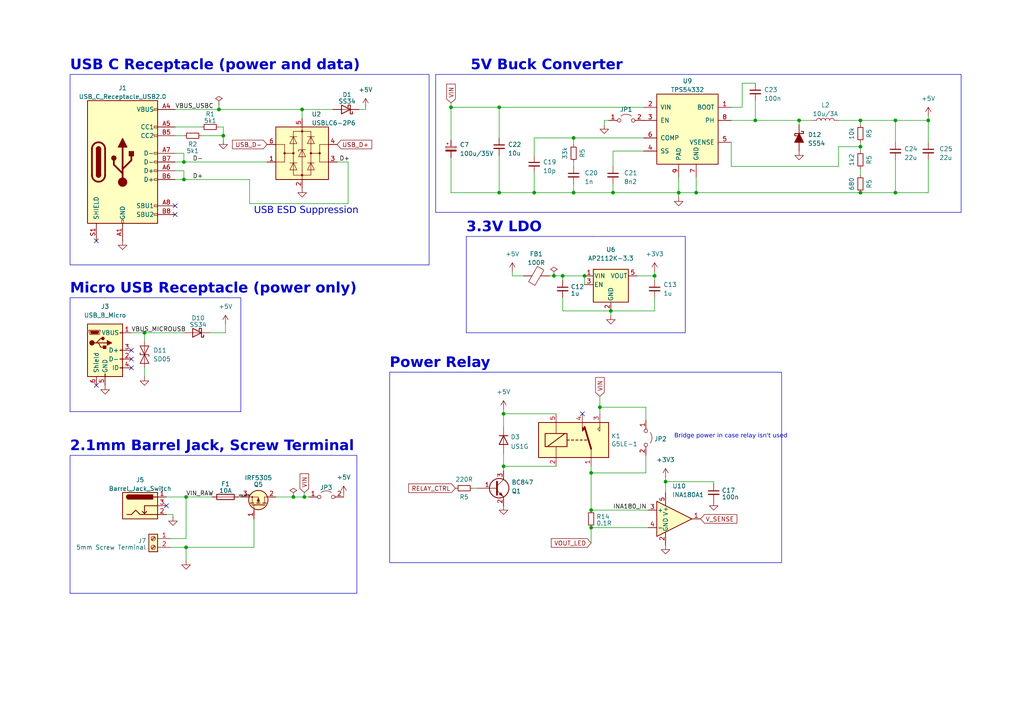
<source format=kicad_sch>
(kicad_sch (version 20230121) (generator eeschema)
  (paper "A4")
  (title_block (title "LuminX WLED") (date "2023-03-27") (rev "1.0") (company "Michael Gross") (comment 1 "General purpose WLED Controller Board"))
  (lib_symbols
    (symbol "Amplifier_Current:INA180A1" (pin_names (offset 0.127))
      (property "Reference" "U" (at 3.81 3.81 0))
      (property "Value" "INA180A1" (at 3.81 -2.54 0))
      (symbol "INA180A1_0_1"
        (polyline (pts (xy 5.08 0) (xy -5.08 5.08) (xy -5.08 -5.08) (xy 5.08 0)) (stroke (width 0.254)) (fill (type background)))
      )
      (symbol "INA180A1_1_1"
        (pin output line (at 7.62 0 180) (length 2.54) (name "~") (number "1"))
        (pin power_in line (at -2.54 -7.62 90) (length 3.81) (name "GND") (number "2"))
        (pin input line (at -7.62 2.54 0) (length 2.54) (name "+") (number "3"))
        (pin input line (at -7.62 -2.54 0) (length 2.54) (name "-") (number "4"))
        (pin power_in line (at -2.54 7.62 270) (length 3.81) (name "V+") (number "5"))
      )
    )
    (symbol "Connector:Barrel_Jack_Switch" (pin_names hide)
      (property "Reference" "J" (at 0 5.334 0))
      (property "Value" "Barrel_Jack_Switch" (at 0 -5.08 0))
      (symbol "Barrel_Jack_Switch_0_1"
        (rectangle (start -5.08 3.81) (end 5.08 -3.81) (stroke (width 0.254)) (fill (type background)))
        (arc (start -3.302 3.175) (mid -3.9343 2.54) (end -3.302 1.905) (stroke (width 0.254)))
        (arc (start -3.302 3.175) (mid -3.9343 2.54) (end -3.302 1.905) (stroke (width 0.254)) (fill (type outline)))
        (polyline (pts (xy 1.27 -2.286) (xy 1.905 -1.651)) (stroke (width 0.254)))
        (polyline (pts (xy 5.08 2.54) (xy 3.81 2.54)) (stroke (width 0.254)))
        (polyline (pts (xy 5.08 0) (xy 1.27 0) (xy 1.27 -2.286) (xy 0.635 -1.651)) (stroke (width 0.254)))
        (polyline (pts (xy -3.81 -2.54) (xy -2.54 -2.54) (xy -1.27 -1.27) (xy 0 -2.54) (xy 2.54 -2.54) (xy 5.08 -2.54)) (stroke (width 0.254)))
        (rectangle (start 3.683 3.175) (end -3.302 1.905) (stroke (width 0.254)) (fill (type outline)))
      )
      (symbol "Barrel_Jack_Switch_1_1"
        (pin passive line (at 7.62 2.54 180) (length 2.54) (name "~") (number "1"))
        (pin passive line (at 7.62 -2.54 180) (length 2.54) (name "~") (number "2"))
        (pin passive line (at 7.62 0 180) (length 2.54) (name "~") (number "3"))
      )
    )
    (symbol "Connector:Screw_Terminal_01x02" (pin_names (offset 1.016) hide)
      (property "Reference" "J" (at 0 2.54 0))
      (property "Value" "Screw_Terminal_01x02" (at 0 -5.08 0))
      (symbol "Screw_Terminal_01x02_1_1"
        (rectangle (start -1.27 1.27) (end 1.27 -3.81) (stroke (width 0.254)) (fill (type background)))
        (circle (center 0 -2.54) (radius 0.635) (stroke (width 0.1524)))
        (polyline (pts (xy -0.5334 -2.2098) (xy 0.3302 -3.048)) (stroke (width 0.1524)))
        (polyline (pts (xy -0.5334 0.3302) (xy 0.3302 -0.508)) (stroke (width 0.1524)))
        (polyline (pts (xy -0.3556 -2.032) (xy 0.508 -2.8702)) (stroke (width 0.1524)))
        (polyline (pts (xy -0.3556 0.508) (xy 0.508 -0.3302)) (stroke (width 0.1524)))
        (circle (center 0 0) (radius 0.635) (stroke (width 0.1524)))
        (pin passive line (at -5.08 0 0) (length 3.81) (name "Pin_1") (number "1"))
        (pin passive line (at -5.08 -2.54 0) (length 3.81) (name "Pin_2") (number "2"))
      )
    )
    (symbol "Connector:USB_B_Micro" (pin_names (offset 1.016))
      (property "Reference" "J" (at -5.08 11.43 0))
      (property "Value" "USB_B_Micro" (at -5.08 8.89 0))
      (symbol "USB_B_Micro_0_1"
        (rectangle (start -5.08 -7.62) (end 5.08 7.62) (stroke (width 0.254)) (fill (type background)))
        (circle (center -3.81 2.159) (radius 0.635) (stroke (width 0.254)) (fill (type outline)))
        (circle (center -0.635 3.429) (radius 0.381) (stroke (width 0.254)) (fill (type outline)))
        (rectangle (start -0.127 -7.62) (end 0.127 -6.858))
        (polyline (pts (xy -1.905 2.159) (xy 0.635 2.159)) (stroke (width 0.254)))
        (polyline (pts (xy -3.175 2.159) (xy -2.54 2.159) (xy -1.27 3.429) (xy -0.635 3.429)) (stroke (width 0.254)))
        (polyline (pts (xy -2.54 2.159) (xy -1.905 2.159) (xy -1.27 0.889) (xy 0 0.889)) (stroke (width 0.254)))
        (polyline (pts (xy 0.635 2.794) (xy 0.635 1.524) (xy 1.905 2.159) (xy 0.635 2.794)) (stroke (width 0.254)) (fill (type outline)))
        (polyline (pts (xy -4.318 5.588) (xy -1.778 5.588) (xy -2.032 4.826) (xy -4.064 4.826) (xy -4.318 5.588)) (fill (type outline)))
        (polyline (pts (xy -4.699 5.842) (xy -4.699 5.588) (xy -4.445 4.826) (xy -4.445 4.572) (xy -1.651 4.572) (xy -1.651 4.826) (xy -1.397 5.588) (xy -1.397 5.842) (xy -4.699 5.842)))
        (rectangle (start 0.254 1.27) (end -0.508 0.508) (stroke (width 0.254)) (fill (type outline)))
        (rectangle (start 5.08 -5.207) (end 4.318 -4.953))
        (rectangle (start 5.08 -2.667) (end 4.318 -2.413))
        (rectangle (start 5.08 -0.127) (end 4.318 0.127))
        (rectangle (start 5.08 4.953) (end 4.318 5.207))
      )
      (symbol "USB_B_Micro_1_1"
        (pin power_out line (at 7.62 5.08 180) (length 2.54) (name "VBUS") (number "1"))
        (pin bidirectional line (at 7.62 -2.54 180) (length 2.54) (name "D-") (number "2"))
        (pin bidirectional line (at 7.62 0 180) (length 2.54) (name "D+") (number "3"))
        (pin passive line (at 7.62 -5.08 180) (length 2.54) (name "ID") (number "4"))
        (pin power_out line (at 0 -10.16 90) (length 2.54) (name "GND") (number "5"))
        (pin passive line (at -2.54 -10.16 90) (length 2.54) (name "Shield") (number "6"))
      )
    )
    (symbol "Connector:USB_C_Receptacle_USB2.0" (pin_names (offset 1.016))
      (property "Reference" "J" (at -10.16 19.05 0))
      (property "Value" "USB_C_Receptacle_USB2.0" (at 19.05 19.05 0))
      (symbol "USB_C_Receptacle_USB2.0_0_0"
        (rectangle (start -0.254 -17.78) (end 0.254 -16.764))
        (rectangle (start 10.16 -14.986) (end 9.144 -15.494))
        (rectangle (start 10.16 -12.446) (end 9.144 -12.954))
        (rectangle (start 10.16 -4.826) (end 9.144 -5.334))
        (rectangle (start 10.16 -2.286) (end 9.144 -2.794))
        (rectangle (start 10.16 0.254) (end 9.144 -0.254))
        (rectangle (start 10.16 2.794) (end 9.144 2.286))
        (rectangle (start 10.16 7.874) (end 9.144 7.366))
        (rectangle (start 10.16 10.414) (end 9.144 9.906))
        (rectangle (start 10.16 15.494) (end 9.144 14.986))
      )
      (symbol "USB_C_Receptacle_USB2.0_0_1"
        (rectangle (start -10.16 17.78) (end 10.16 -17.78) (stroke (width 0.254)) (fill (type background)))
        (arc (start -8.89 -3.81) (mid -6.985 -5.7067) (end -5.08 -3.81) (stroke (width 0.508)))
        (arc (start -7.62 -3.81) (mid -6.985 -4.4423) (end -6.35 -3.81) (stroke (width 0.254)))
        (arc (start -7.62 -3.81) (mid -6.985 -4.4423) (end -6.35 -3.81) (stroke (width 0.254)) (fill (type outline)))
        (rectangle (start -7.62 -3.81) (end -6.35 3.81) (stroke (width 0.254)) (fill (type outline)))
        (arc (start -6.35 3.81) (mid -6.985 4.4423) (end -7.62 3.81) (stroke (width 0.254)))
        (arc (start -6.35 3.81) (mid -6.985 4.4423) (end -7.62 3.81) (stroke (width 0.254)) (fill (type outline)))
        (arc (start -5.08 3.81) (mid -6.985 5.7067) (end -8.89 3.81) (stroke (width 0.508)))
        (circle (center -2.54 1.143) (radius 0.635) (stroke (width 0.254)) (fill (type outline)))
        (circle (center 0 -5.842) (radius 1.27) (fill (type outline)))
        (polyline (pts (xy -8.89 -3.81) (xy -8.89 3.81)) (stroke (width 0.508)))
        (polyline (pts (xy -5.08 3.81) (xy -5.08 -3.81)) (stroke (width 0.508)))
        (polyline (pts (xy 0 -5.842) (xy 0 4.318)) (stroke (width 0.508)))
        (polyline (pts (xy 0 -3.302) (xy -2.54 -0.762) (xy -2.54 0.508)) (stroke (width 0.508)))
        (polyline (pts (xy 0 -2.032) (xy 2.54 0.508) (xy 2.54 1.778)) (stroke (width 0.508)))
        (polyline (pts (xy -1.27 4.318) (xy 0 6.858) (xy 1.27 4.318) (xy -1.27 4.318)) (stroke (width 0.254)) (fill (type outline)))
        (rectangle (start 1.905 1.778) (end 3.175 3.048) (stroke (width 0.254)) (fill (type outline)))
      )
      (symbol "USB_C_Receptacle_USB2.0_1_1"
        (pin passive line (at 0 -22.86 90) (length 5.08) (name "GND") (number "A1"))
        (pin passive line (at 0 -22.86 90) (length 5.08) hide (name "GND") (number "A12"))
        (pin passive line (at 15.24 15.24 180) (length 5.08) (name "VBUS") (number "A4"))
        (pin bidirectional line (at 15.24 10.16 180) (length 5.08) (name "CC1") (number "A5"))
        (pin bidirectional line (at 15.24 -2.54 180) (length 5.08) (name "D+") (number "A6"))
        (pin bidirectional line (at 15.24 2.54 180) (length 5.08) (name "D-") (number "A7"))
        (pin bidirectional line (at 15.24 -12.7 180) (length 5.08) (name "SBU1") (number "A8"))
        (pin passive line (at 15.24 15.24 180) (length 5.08) hide (name "VBUS") (number "A9"))
        (pin passive line (at 0 -22.86 90) (length 5.08) hide (name "GND") (number "B1"))
        (pin passive line (at 0 -22.86 90) (length 5.08) hide (name "GND") (number "B12"))
        (pin passive line (at 15.24 15.24 180) (length 5.08) hide (name "VBUS") (number "B4"))
        (pin bidirectional line (at 15.24 7.62 180) (length 5.08) (name "CC2") (number "B5"))
        (pin bidirectional line (at 15.24 -5.08 180) (length 5.08) (name "D+") (number "B6"))
        (pin bidirectional line (at 15.24 0 180) (length 5.08) (name "D-") (number "B7"))
        (pin bidirectional line (at 15.24 -15.24 180) (length 5.08) (name "SBU2") (number "B8"))
        (pin passive line (at 15.24 15.24 180) (length 5.08) hide (name "VBUS") (number "B9"))
        (pin passive line (at -7.62 -22.86 90) (length 5.08) (name "SHIELD") (number "S1"))
      )
    )
    (symbol "Device:C_Polarized_Small" (pin_numbers hide) (pin_names (offset 0.254) hide)
      (property "Reference" "C" (at 0.254 1.778 0))
      (property "Value" "C_Polarized_Small" (at 0.254 -2.032 0))
      (symbol "C_Polarized_Small_0_1"
        (rectangle (start -1.524 -0.3048) (end 1.524 -0.6858) (fill (type outline)))
        (rectangle (start -1.524 0.6858) (end 1.524 0.3048))
        (polyline (pts (xy -1.27 1.524) (xy -0.762 1.524)))
        (polyline (pts (xy -1.016 1.27) (xy -1.016 1.778)))
      )
      (symbol "C_Polarized_Small_1_1"
        (pin passive line (at 0 2.54 270) (length 1.8542) (name "~") (number "1"))
        (pin passive line (at 0 -2.54 90) (length 1.8542) (name "~") (number "2"))
      )
    )
    (symbol "Device:C_Small" (pin_numbers hide) (pin_names (offset 0.254) hide)
      (property "Reference" "C" (at 0.254 1.778 0))
      (property "Value" "C_Small" (at 0.254 -2.032 0))
      (symbol "C_Small_0_1"
        (polyline (pts (xy -1.524 -0.508) (xy 1.524 -0.508)) (stroke (width 0.3302)))
        (polyline (pts (xy -1.524 0.508) (xy 1.524 0.508)) (stroke (width 0.3048)))
      )
      (symbol "C_Small_1_1"
        (pin passive line (at 0 2.54 270) (length 2.032) (name "~") (number "1"))
        (pin passive line (at 0 -2.54 90) (length 2.032) (name "~") (number "2"))
      )
    )
    (symbol "Device:FerriteBead" (pin_numbers hide) (pin_names (offset 0))
      (property "Reference" "FB" (at -3.81 0.635 90))
      (property "Value" "FerriteBead" (at 3.81 0 90))
      (symbol "FerriteBead_0_1"
        (polyline (pts (xy 0 -1.27) (xy 0 -1.2192)))
        (polyline (pts (xy 0 1.27) (xy 0 1.2954)))
        (polyline (pts (xy -2.7686 0.4064) (xy -1.7018 2.2606) (xy 2.7686 -0.3048) (xy 1.6764 -2.159) (xy -2.7686 0.4064)))
      )
      (symbol "FerriteBead_1_1"
        (pin passive line (at 0 3.81 270) (length 2.54) (name "~") (number "1"))
        (pin passive line (at 0 -3.81 90) (length 2.54) (name "~") (number "2"))
      )
    )
    (symbol "Device:Fuse" (pin_numbers hide) (pin_names (offset 0))
      (property "Reference" "F" (at 2.032 0 90))
      (property "Value" "Fuse" (at -1.905 0 90))
      (symbol "Fuse_0_1"
        (rectangle (start -0.762 -2.54) (end 0.762 2.54) (stroke (width 0.254)))
        (polyline (pts (xy 0 2.54) (xy 0 -2.54)))
      )
      (symbol "Fuse_1_1"
        (pin passive line (at 0 3.81 270) (length 1.27) (name "~") (number "1"))
        (pin passive line (at 0 -3.81 90) (length 1.27) (name "~") (number "2"))
      )
    )
    (symbol "Device:L" (pin_numbers hide) (pin_names (offset 1.016) hide)
      (property "Reference" "L" (at -1.27 0 90))
      (property "Value" "L" (at 1.905 0 90))
      (symbol "L_0_1"
        (arc (start 0 -2.54) (mid 0.6323 -1.905) (end 0 -1.27))
        (arc (start 0 -1.27) (mid 0.6323 -0.635) (end 0 0))
        (arc (start 0 0) (mid 0.6323 0.635) (end 0 1.27))
        (arc (start 0 1.27) (mid 0.6323 1.905) (end 0 2.54))
      )
      (symbol "L_1_1"
        (pin passive line (at 0 3.81 270) (length 1.27) (name "1") (number "1"))
        (pin passive line (at 0 -3.81 90) (length 1.27) (name "2") (number "2"))
      )
    )
    (symbol "Device:R_Small" (pin_numbers hide) (pin_names (offset 0.254) hide)
      (property "Reference" "R" (at 0.762 0.508 0))
      (property "Value" "R_Small" (at 0.762 -1.016 0))
      (symbol "R_Small_0_1"
        (rectangle (start -0.762 1.778) (end 0.762 -1.778) (stroke (width 0.2032)))
      )
      (symbol "R_Small_1_1"
        (pin passive line (at 0 2.54 270) (length 0.762) (name "~") (number "1"))
        (pin passive line (at 0 -2.54 90) (length 0.762) (name "~") (number "2"))
      )
    )
    (symbol "Diode:1N5820" (pin_numbers hide) (pin_names (offset 1.016) hide)
      (property "Reference" "D" (at 0 2.54 0))
      (property "Value" "1N5820" (at 0 -2.54 0))
      (symbol "1N5820_0_1"
        (polyline (pts (xy 1.27 0) (xy -1.27 0)))
        (polyline (pts (xy 1.27 1.27) (xy 1.27 -1.27) (xy -1.27 0) (xy 1.27 1.27)) (stroke (width 0.254)))
        (polyline (pts (xy -1.905 0.635) (xy -1.905 1.27) (xy -1.27 1.27) (xy -1.27 -1.27) (xy -0.635 -1.27) (xy -0.635 -0.635)) (stroke (width 0.254)))
      )
      (symbol "1N5820_1_1"
        (pin passive line (at -3.81 0 0) (length 2.54) (name "K") (number "1"))
        (pin passive line (at 3.81 0 180) (length 2.54) (name "A") (number "2"))
      )
    )
    (symbol "Diode:SD12_SOD323" (pin_numbers hide) (pin_names (offset 1.016) hide)
      (property "Reference" "D" (at 0 2.54 0))
      (property "Value" "SD12_SOD323" (at 0 -2.54 0))
      (symbol "SD12_SOD323_0_1"
        (polyline (pts (xy 1.27 0) (xy -1.27 0)))
        (polyline (pts (xy -2.54 -1.27) (xy 0 0) (xy -2.54 1.27) (xy -2.54 -1.27)) (stroke (width 0.2032)))
        (polyline (pts (xy 0.508 1.27) (xy 0 1.27) (xy 0 -1.27) (xy -0.508 -1.27)) (stroke (width 0.2032)))
        (polyline (pts (xy 2.54 1.27) (xy 2.54 -1.27) (xy 0 0) (xy 2.54 1.27)) (stroke (width 0.2032)))
      )
      (symbol "SD12_SOD323_1_1"
        (pin passive line (at -3.81 0 0) (length 2.54) (name "A1") (number "1"))
        (pin passive line (at 3.81 0 180) (length 2.54) (name "A2") (number "2"))
      )
    )
    (symbol "Diode:US1G" (pin_numbers hide) (pin_names hide)
      (property "Reference" "D" (at 0 2.54 0))
      (property "Value" "US1G" (at 0 -2.54 0))
      (symbol "US1G_0_1"
        (polyline (pts (xy -1.27 1.27) (xy -1.27 -1.27)) (stroke (width 0.254)))
        (polyline (pts (xy 1.27 0) (xy -1.27 0)))
        (polyline (pts (xy 1.27 1.27) (xy 1.27 -1.27) (xy -1.27 0) (xy 1.27 1.27)) (stroke (width 0.254)))
      )
      (symbol "US1G_1_1"
        (pin passive line (at -3.81 0 0) (length 2.54) (name "K") (number "1"))
        (pin passive line (at 3.81 0 180) (length 2.54) (name "A") (number "2"))
      )
    )
    (symbol "Jumper:Jumper_2_Open" (pin_names (offset 0) hide)
      (property "Reference" "JP" (at 0 2.794 0))
      (property "Value" "Jumper_2_Open" (at 0 -2.286 0))
      (symbol "Jumper_2_Open_0_0"
        (circle (center -2.032 0) (radius 0.508))
        (circle (center 2.032 0) (radius 0.508))
      )
      (symbol "Jumper_2_Open_0_1"
        (arc (start 1.524 1.27) (mid 0 1.778) (end -1.524 1.27))
      )
      (symbol "Jumper_2_Open_1_1"
        (pin passive line (at -5.08 0 0) (length 2.54) (name "A") (number "1"))
        (pin passive line (at 5.08 0 180) (length 2.54) (name "B") (number "2"))
      )
    )
    (symbol "PCM_4ms_IC:TPS54332" (pin_names (offset 1.016))
      (property "Reference" "U" (at -8.89 11.43 0))
      (property "Value" "TPS54332" (at -3.81 11.43 0))
      (symbol "TPS54332_0_1"
        (rectangle (start -8.89 10.16) (end 8.89 -10.16) (stroke (width 0.254)) (fill (type background)))
        (pin input line (at -12.7 2.54 0) (length 3.81) (name "EN") (number "3"))
        (pin power_in line (at 2.54 -13.97 90) (length 3.81) (name "GND") (number "7"))
      )
      (symbol "TPS54332_1_1"
        (pin passive line (at 12.7 6.35 180) (length 3.81) (name "BOOT") (number "1"))
        (pin power_in line (at -12.7 6.35 0) (length 3.81) (name "VIN") (number "2"))
        (pin passive line (at -12.7 -6.35 0) (length 3.81) (name "SS") (number "4"))
        (pin input line (at 12.7 -3.81 180) (length 3.81) (name "VSENSE") (number "5"))
        (pin passive line (at -12.7 -2.54 0) (length 3.81) (name "COMP") (number "6"))
        (pin passive line (at 12.7 2.54 180) (length 3.81) (name "PH") (number "8"))
        (pin power_in line (at -2.54 -13.97 90) (length 3.81) (name "PAD") (number "9"))
      )
    )
    (symbol "PCM_4ms_Power-symbol:PWR_FLAG" (power) (pin_numbers hide) (pin_names (offset 0) hide)
      (property "Value" "PWR_FLAG" (at 0 3.81 0))
      (symbol "PWR_FLAG_0_0"
        (pin power_out line (at 0 0 90) (length 0) (name "pwr") (number "1"))
      )
      (symbol "PWR_FLAG_0_1"
        (polyline (pts (xy 0 0) (xy 0 1.27) (xy -1.016 1.905) (xy 0 2.54) (xy 1.016 1.905) (xy 0 1.27)))
      )
    )
    (symbol "PCM_Diode_Schottky_AKL:SS54" (pin_numbers hide) (pin_names (offset 1.016) hide)
      (property "Reference" "D" (at 0 5.08 0))
      (property "Value" "SS54" (at 0 2.54 0))
      (symbol "SS54_0_1"
        (polyline (pts (xy -1.27 0) (xy 1.27 0)))
        (polyline (pts (xy -1.27 -1.27) (xy -1.27 1.27) (xy 1.27 0) (xy -1.27 -1.27)) (stroke (width 0.254)) (fill (type outline)))
        (polyline (pts (xy 1.905 -0.635) (xy 1.905 -1.27) (xy 1.27 -1.27) (xy 1.27 1.27) (xy 0.635 1.27) (xy 0.635 0.635)) (stroke (width 0.254)))
      )
      (symbol "SS54_1_1"
        (pin passive line (at 3.81 0 180) (length 2.54) (name "K") (number "1"))
        (pin passive line (at -3.81 0 0) (length 2.54) (name "A") (number "2"))
      )
    )
    (symbol "PCM_Transistor_MOSFET_AKL:IRF5305" (pin_names hide)
      (property "Reference" "Q" (at 5.08 1.27 0))
      (property "Value" "IRF5305" (at 5.08 -1.27 0))
      (symbol "IRF5305_0_1"
        (polyline (pts (xy 0.254 -1.905) (xy 0.254 1.905)) (stroke (width 0.254)))
        (polyline (pts (xy 0.254 1.27) (xy -2.54 1.27)))
        (polyline (pts (xy 0.762 -2.286) (xy 0.762 -1.27)) (stroke (width 0.254)))
        (polyline (pts (xy 0.762 -1.778) (xy 2.54 -1.778)))
        (polyline (pts (xy 0.762 -0.508) (xy 0.762 0.508)) (stroke (width 0.254)))
        (polyline (pts (xy 0.762 1.27) (xy 0.762 2.286)) (stroke (width 0.254)))
        (polyline (pts (xy 0.762 1.778) (xy 2.54 1.778)))
        (polyline (pts (xy 2.54 -2.54) (xy 2.54 -1.778)))
        (polyline (pts (xy 2.54 2.54) (xy 2.54 0) (xy 0.762 0)))
        (polyline (pts (xy 2.286 0) (xy 1.27 -0.381) (xy 1.27 0.381) (xy 2.286 0)) (fill (type outline)))
      )
      (symbol "IRF5305_1_1"
        (circle (center 1.651 0) (radius 2.794) (stroke (width 0.254)) (fill (type background)))
        (circle (center 2.54 1.778) (radius 0.1778) (fill (type outline)))
        (pin input line (at -3.81 1.27 0) (length 2.54) (name "G") (number "1"))
        (pin passive line (at 2.54 -5.08 90) (length 2.54) (name "D") (number "2"))
        (pin passive line (at 2.54 5.08 270) (length 2.54) (name "S") (number "3"))
      )
    )
    (symbol "Power_Protection:USBLC6-2P6" (pin_names hide)
      (property "Reference" "U" (at 2.54 8.89 0))
      (property "Value" "USBLC6-2P6" (at 2.54 -8.89 0))
      (symbol "USBLC6-2P6_0_1"
        (rectangle (start -7.62 -7.62) (end 7.62 7.62) (stroke (width 0.254)) (fill (type background)))
        (circle (center -5.08 0) (radius 0.254) (fill (type outline)))
        (circle (center -2.54 0) (radius 0.254) (fill (type outline)))
        (rectangle (start -2.54 6.35) (end 2.54 -6.35))
        (circle (center 0 -6.35) (radius 0.254) (fill (type outline)))
        (polyline (pts (xy -5.08 -2.54) (xy -7.62 -2.54)))
        (polyline (pts (xy -5.08 0) (xy -5.08 -2.54)))
        (polyline (pts (xy -5.08 2.54) (xy -7.62 2.54)))
        (polyline (pts (xy -1.524 -2.794) (xy -3.556 -2.794)))
        (polyline (pts (xy -1.524 4.826) (xy -3.556 4.826)))
        (polyline (pts (xy 0 -7.62) (xy 0 -6.35)))
        (polyline (pts (xy 0 -6.35) (xy 0 1.27)))
        (polyline (pts (xy 0 1.27) (xy 0 6.35)))
        (polyline (pts (xy 0 6.35) (xy 0 7.62)))
        (polyline (pts (xy 1.524 -2.794) (xy 3.556 -2.794)))
        (polyline (pts (xy 1.524 4.826) (xy 3.556 4.826)))
        (polyline (pts (xy 5.08 -2.54) (xy 7.62 -2.54)))
        (polyline (pts (xy 5.08 0) (xy 5.08 -2.54)))
        (polyline (pts (xy 5.08 2.54) (xy 7.62 2.54)))
        (polyline (pts (xy -2.54 0) (xy -5.08 0) (xy -5.08 2.54)))
        (polyline (pts (xy 2.54 0) (xy 5.08 0) (xy 5.08 2.54)))
        (polyline (pts (xy -3.556 -4.826) (xy -1.524 -4.826) (xy -2.54 -2.794) (xy -3.556 -4.826)))
        (polyline (pts (xy -3.556 2.794) (xy -1.524 2.794) (xy -2.54 4.826) (xy -3.556 2.794)))
        (polyline (pts (xy -1.016 -1.016) (xy 1.016 -1.016) (xy 0 1.016) (xy -1.016 -1.016)))
        (polyline (pts (xy 1.016 1.016) (xy 0.762 1.016) (xy -1.016 1.016) (xy -1.016 0.508)))
        (polyline (pts (xy 3.556 -4.826) (xy 1.524 -4.826) (xy 2.54 -2.794) (xy 3.556 -4.826)))
        (polyline (pts (xy 3.556 2.794) (xy 1.524 2.794) (xy 2.54 4.826) (xy 3.556 2.794)))
        (circle (center 0 6.35) (radius 0.254) (fill (type outline)))
        (circle (center 2.54 0) (radius 0.254) (fill (type outline)))
        (circle (center 5.08 0) (radius 0.254) (fill (type outline)))
      )
      (symbol "USBLC6-2P6_1_1"
        (pin passive line (at -10.16 -2.54 0) (length 2.54) (name "I/O1") (number "1"))
        (pin passive line (at 0 -10.16 90) (length 2.54) (name "GND") (number "2"))
        (pin passive line (at 10.16 -2.54 180) (length 2.54) (name "I/O2") (number "3"))
        (pin passive line (at 10.16 2.54 180) (length 2.54) (name "I/O2") (number "4"))
        (pin passive line (at 0 10.16 270) (length 2.54) (name "VBUS") (number "5"))
        (pin passive line (at -10.16 2.54 0) (length 2.54) (name "I/O1") (number "6"))
      )
    )
    (symbol "Regulator_Linear:AP2112K-3.3" (pin_names (offset 0.254))
      (property "Reference" "U" (at -5.08 5.715 0))
      (property "Value" "AP2112K-3.3" (at 0 5.715 0))
      (symbol "AP2112K-3.3_0_1"
        (rectangle (start -5.08 4.445) (end 5.08 -5.08) (stroke (width 0.254)) (fill (type background)))
      )
      (symbol "AP2112K-3.3_1_1"
        (pin power_in line (at -7.62 2.54 0) (length 2.54) (name "VIN") (number "1"))
        (pin power_in line (at 0 -7.62 90) (length 2.54) (name "GND") (number "2"))
        (pin input line (at -7.62 0 0) (length 2.54) (name "EN") (number "3"))
        (pin no_connect line (at 5.08 0 180) (length 2.54) hide (name "NC") (number "4"))
        (pin power_out line (at 7.62 2.54 180) (length 2.54) (name "VOUT") (number "5"))
      )
    )
    (symbol "Relay:G5LE-1"
      (property "Reference" "K" (at 11.43 3.81 0))
      (property "Value" "G5LE-1" (at 11.43 1.27 0))
      (symbol "G5LE-1_0_0"
        (polyline (pts (xy 7.62 5.08) (xy 7.62 2.54) (xy 6.985 3.175) (xy 7.62 3.81)))
      )
      (symbol "G5LE-1_0_1"
        (rectangle (start -10.16 5.08) (end 10.16 -5.08) (stroke (width 0.254)) (fill (type background)))
        (rectangle (start -8.255 1.905) (end -1.905 -1.905) (stroke (width 0.254)))
        (polyline (pts (xy -7.62 -1.905) (xy -2.54 1.905)) (stroke (width 0.254)))
        (polyline (pts (xy -5.08 -5.08) (xy -5.08 -1.905)))
        (polyline (pts (xy -5.08 5.08) (xy -5.08 1.905)))
        (polyline (pts (xy -1.905 0) (xy -1.27 0)) (stroke (width 0.254)))
        (polyline (pts (xy -0.635 0) (xy 0 0)) (stroke (width 0.254)))
        (polyline (pts (xy 0.635 0) (xy 1.27 0)) (stroke (width 0.254)))
        (polyline (pts (xy 1.905 0) (xy 2.54 0)) (stroke (width 0.254)))
        (polyline (pts (xy 3.175 0) (xy 3.81 0)) (stroke (width 0.254)))
        (polyline (pts (xy 5.08 -2.54) (xy 3.175 3.81)) (stroke (width 0.508)))
        (polyline (pts (xy 5.08 -2.54) (xy 5.08 -5.08)))
        (polyline (pts (xy 2.54 5.08) (xy 2.54 2.54) (xy 3.175 3.175) (xy 2.54 3.81)) (fill (type outline)))
      )
      (symbol "G5LE-1_1_1"
        (pin passive line (at 5.08 -7.62 90) (length 2.54) (name "~") (number "1"))
        (pin passive line (at -5.08 -7.62 90) (length 2.54) (name "~") (number "2"))
        (pin passive line (at 7.62 7.62 270) (length 2.54) (name "~") (number "3"))
        (pin passive line (at 2.54 7.62 270) (length 2.54) (name "~") (number "4"))
        (pin passive line (at -5.08 7.62 270) (length 2.54) (name "~") (number "5"))
      )
    )
    (symbol "Transistor_BJT:BC847" (pin_names (offset 0) hide)
      (property "Reference" "Q" (at 5.08 1.905 0))
      (property "Value" "BC847" (at 5.08 0 0))
      (symbol "BC847_0_1"
        (polyline (pts (xy 0.635 0.635) (xy 2.54 2.54)))
        (polyline (pts (xy 0.635 -0.635) (xy 2.54 -2.54) (xy 2.54 -2.54)))
        (polyline (pts (xy 0.635 1.905) (xy 0.635 -1.905) (xy 0.635 -1.905)) (stroke (width 0.508)))
        (polyline (pts (xy 1.27 -1.778) (xy 1.778 -1.27) (xy 2.286 -2.286) (xy 1.27 -1.778) (xy 1.27 -1.778)) (fill (type outline)))
        (circle (center 1.27 0) (radius 2.8194) (stroke (width 0.254)))
      )
      (symbol "BC847_1_1"
        (pin input line (at -5.08 0 0) (length 5.715) (name "B") (number "1"))
        (pin passive line (at 2.54 -5.08 90) (length 2.54) (name "E") (number "2"))
        (pin passive line (at 2.54 5.08 270) (length 2.54) (name "C") (number "3"))
      )
    )
    (symbol "power:+3V3" (power) (pin_names (offset 0))
      (property "Value" "+3V3" (at 0 3.556 0))
      (symbol "+3V3_0_1"
        (polyline (pts (xy -0.762 1.27) (xy 0 2.54)))
        (polyline (pts (xy 0 0) (xy 0 2.54)))
        (polyline (pts (xy 0 2.54) (xy 0.762 1.27)))
      )
      (symbol "+3V3_1_1"
        (pin power_in line (at 0 0 90) (length 0) hide (name "+3V3") (number "1"))
      )
    )
    (symbol "power:+5V" (power) (pin_names (offset 0))
      (property "Value" "+5V" (at 0 3.556 0))
      (symbol "+5V_0_1"
        (polyline (pts (xy -0.762 1.27) (xy 0 2.54)))
        (polyline (pts (xy 0 0) (xy 0 2.54)))
        (polyline (pts (xy 0 2.54) (xy 0.762 1.27)))
      )
      (symbol "+5V_1_1"
        (pin power_in line (at 0 0 90) (length 0) hide (name "+5V") (number "1"))
      )
    )
    (symbol "power:GND" (power) (pin_names (offset 0))
      (property "Value" "GND" (at 0 -3.81 0))
      (symbol "GND_0_1"
        (polyline (pts (xy 0 0) (xy 0 -1.27) (xy 1.27 -1.27) (xy 0 -2.54) (xy -1.27 -1.27) (xy 0 -1.27)))
      )
      (symbol "GND_1_1"
        (pin power_in line (at 0 0 270) (length 0) hide (name "GND") (number "1"))
      )
    )
  )
  (junction (at 169.545 80.01))
  (junction (at 171.45 137.16))
  (junction (at 189.865 80.01))
  (junction (at 53.975 158.75))
  (junction (at 196.85 55.88))
  (junction (at 53.34 46.99))
  (junction (at 177.165 90.17))
  (junction (at 41.91 96.52))
  (junction (at 87.63 31.75))
  (junction (at 130.81 31.115))
  (junction (at 193.04 139.7))
  (junction (at 201.93 55.88))
  (junction (at 154.94 55.88))
  (junction (at 146.05 135.255))
  (junction (at 249.555 55.88))
  (junction (at 231.775 34.925))
  (junction (at 249.555 42.545))
  (junction (at 171.45 153.035))
  (junction (at 173.99 118.11))
  (junction (at 64.77 39.37))
  (junction (at 166.37 55.88))
  (junction (at 53.34 52.07))
  (junction (at 144.78 31.115))
  (junction (at 160.655 80.01))
  (junction (at 259.715 55.88))
  (junction (at 146.05 120.015))
  (junction (at 88.265 144.145))
  (junction (at 249.555 34.925))
  (junction (at 63.5 31.75))
  (junction (at 144.78 55.88))
  (junction (at 269.24 34.925))
  (junction (at 166.37 40.005))
  (junction (at 85.09 144.145))
  (junction (at 163.195 80.01))
  (junction (at 53.975 144.145))
  (junction (at 171.45 147.955))
  (junction (at 177.8 55.88))
  (junction (at 259.715 34.925))
  (junction (at 219.075 34.925))
  (no_connect (at 38.1 101.6))
  (no_connect (at 27.94 111.76))
  (no_connect (at 48.26 146.685))
  (no_connect (at 168.91 120.015))
  (no_connect (at 27.94 69.85))
  (no_connect (at 38.1 106.68))
  (no_connect (at 50.8 59.69))
  (no_connect (at 50.8 62.23))
  (no_connect (at 38.1 104.14))
  (wire (pts (xy 196.85 51.435) (xy 196.85 55.88)))
  (wire (pts (xy 146.05 135.255) (xy 161.29 135.255)))
  (wire (pts (xy 193.04 139.7) (xy 193.04 138.43)))
  (wire (pts (xy 207.01 139.7) (xy 207.01 140.335)))
  (polyline (pts (xy 135.255 68.58) (xy 172.085 68.58)))
  (wire (pts (xy 231.775 34.925) (xy 219.075 34.925)))
  (wire (pts (xy 130.81 40.64) (xy 130.81 31.115)))
  (wire (pts (xy 146.05 131.445) (xy 146.05 135.255)))
  (wire (pts (xy 166.37 55.88) (xy 177.8 55.88)))
  (wire (pts (xy 41.91 96.52) (xy 41.91 99.06)))
  (wire (pts (xy 53.975 158.75) (xy 73.66 158.75)))
  (polyline (pts (xy 69.85 86.36) (xy 69.85 119.38)))
  (wire (pts (xy 215.265 31.115) (xy 215.265 24.13)))
  (wire (pts (xy 171.45 153.035) (xy 187.96 153.035)))
  (wire (pts (xy 88.265 142.875) (xy 88.265 144.145)))
  (wire (pts (xy 231.775 34.925) (xy 235.585 34.925)))
  (wire (pts (xy 269.24 46.355) (xy 269.24 55.88)))
  (polyline (pts (xy 198.755 96.52) (xy 135.255 96.52)))
  (wire (pts (xy 64.77 36.83) (xy 64.77 39.37)))
  (wire (pts (xy 146.05 136.525) (xy 146.05 135.255)))
  (wire (pts (xy 259.715 55.88) (xy 249.555 55.88)))
  (wire (pts (xy 63.5 36.83) (xy 64.77 36.83)))
  (wire (pts (xy 69.215 144.145) (xy 69.85 144.145)))
  (wire (pts (xy 144.78 31.115) (xy 186.69 31.115)))
  (wire (pts (xy 212.09 48.26) (xy 243.205 48.26)))
  (wire (pts (xy 259.715 41.275) (xy 259.715 34.925)))
  (wire (pts (xy 53.975 144.145) (xy 61.595 144.145)))
  (wire (pts (xy 63.5 30.48) (xy 63.5 31.75)))
  (wire (pts (xy 177.165 90.17) (xy 163.195 90.17)))
  (wire (pts (xy 219.075 29.21) (xy 219.075 34.925)))
  (wire (pts (xy 175.26 34.925) (xy 175.26 36.195)))
  (wire (pts (xy 166.37 46.99) (xy 166.37 48.26)))
  (wire (pts (xy 146.05 123.825) (xy 146.05 120.015)))
  (wire (pts (xy 99.695 144.145) (xy 99.695 143.51)))
  (wire (pts (xy 144.78 55.88) (xy 154.94 55.88)))
  (wire (pts (xy 249.555 41.275) (xy 249.555 42.545)))
  (wire (pts (xy 64.77 39.37) (xy 64.77 40.64)))
  (wire (pts (xy 154.94 40.005) (xy 166.37 40.005)))
  (wire (pts (xy 50.8 39.37) (xy 53.34 39.37)))
  (wire (pts (xy 189.865 78.74) (xy 189.865 80.01)))
  (wire (pts (xy 186.69 40.005) (xy 166.37 40.005)))
  (wire (pts (xy 154.94 55.88) (xy 166.37 55.88)))
  (wire (pts (xy 163.195 80.01) (xy 169.545 80.01)))
  (wire (pts (xy 259.715 46.355) (xy 259.715 55.88)))
  (wire (pts (xy 169.545 80.01) (xy 169.545 82.55)))
  (wire (pts (xy 154.94 50.165) (xy 154.94 55.88)))
  (wire (pts (xy 269.24 55.88) (xy 259.715 55.88)))
  (wire (pts (xy 186.69 43.815) (xy 177.8 43.815)))
  (wire (pts (xy 148.59 80.01) (xy 151.765 80.01)))
  (wire (pts (xy 189.865 90.17) (xy 189.865 86.36)))
  (polyline (pts (xy 20.32 86.36) (xy 20.32 119.38)))
  (wire (pts (xy 249.555 48.895) (xy 249.555 50.8)))
  (wire (pts (xy 100.965 59.055) (xy 100.965 46.99)))
  (wire (pts (xy 106.045 31.75) (xy 106.045 31.115)))
  (wire (pts (xy 243.205 48.26) (xy 243.205 42.545)))
  (wire (pts (xy 215.265 24.13) (xy 219.075 24.13)))
  (wire (pts (xy 53.34 44.45) (xy 53.34 46.99)))
  (wire (pts (xy 219.075 34.925) (xy 212.09 34.925)))
  (wire (pts (xy 249.555 55.88) (xy 201.93 55.88)))
  (wire (pts (xy 173.99 114.935) (xy 173.99 118.11)))
  (wire (pts (xy 269.24 34.925) (xy 259.715 34.925)))
  (wire (pts (xy 187.325 132.08) (xy 187.325 137.16)))
  (wire (pts (xy 53.34 49.53) (xy 53.34 52.07)))
  (wire (pts (xy 177.165 90.17) (xy 177.165 91.44)))
  (wire (pts (xy 166.37 53.34) (xy 166.37 55.88)))
  (wire (pts (xy 173.99 118.11) (xy 173.99 120.015)))
  (wire (pts (xy 189.865 80.01) (xy 189.865 81.28)))
  (wire (pts (xy 100.965 46.99) (xy 97.79 46.99)))
  (wire (pts (xy 50.8 49.53) (xy 53.34 49.53)))
  (polyline (pts (xy 20.32 86.36) (xy 69.85 86.36)))
  (wire (pts (xy 144.78 31.115) (xy 144.78 40.005)))
  (wire (pts (xy 201.93 55.88) (xy 196.85 55.88)))
  (wire (pts (xy 187.325 121.92) (xy 187.325 118.11)))
  (wire (pts (xy 201.93 51.435) (xy 201.93 55.88)))
  (wire (pts (xy 38.1 96.52) (xy 41.91 96.52)))
  (wire (pts (xy 166.37 40.005) (xy 166.37 41.91)))
  (wire (pts (xy 243.205 42.545) (xy 249.555 42.545)))
  (wire (pts (xy 269.24 41.275) (xy 269.24 34.925)))
  (wire (pts (xy 53.975 158.75) (xy 53.975 162.56)))
  (polyline (pts (xy 69.85 119.38) (xy 20.32 119.38)))
  (wire (pts (xy 160.655 80.01) (xy 163.195 80.01)))
  (wire (pts (xy 53.975 144.145) (xy 53.975 156.21)))
  (wire (pts (xy 148.59 78.74) (xy 148.59 80.01)))
  (wire (pts (xy 73.66 150.495) (xy 73.66 158.75)))
  (wire (pts (xy 138.43 141.605) (xy 137.16 141.605)))
  (wire (pts (xy 49.53 156.21) (xy 53.975 156.21)))
  (wire (pts (xy 249.555 42.545) (xy 249.555 43.815)))
  (wire (pts (xy 176.53 34.925) (xy 175.26 34.925)))
  (polyline (pts (xy 135.255 96.52) (xy 135.255 68.58)))
  (wire (pts (xy 193.04 139.7) (xy 193.04 142.875)))
  (wire (pts (xy 53.34 52.07) (xy 50.8 52.07)))
  (wire (pts (xy 231.775 36.195) (xy 231.775 34.925)))
  (wire (pts (xy 96.52 31.75) (xy 87.63 31.75)))
  (wire (pts (xy 187.325 137.16) (xy 171.45 137.16)))
  (wire (pts (xy 88.265 144.145) (xy 89.535 144.145)))
  (wire (pts (xy 171.45 135.255) (xy 171.45 137.16)))
  (wire (pts (xy 212.09 41.275) (xy 212.09 48.26)))
  (wire (pts (xy 72.39 52.07) (xy 72.39 59.055)))
  (polyline (pts (xy 172.085 68.58) (xy 198.755 68.58)))
  (wire (pts (xy 177.165 90.17) (xy 189.865 90.17)))
  (wire (pts (xy 130.81 45.72) (xy 130.81 55.88)))
  (wire (pts (xy 130.81 29.845) (xy 130.81 31.115)))
  (wire (pts (xy 130.81 55.88) (xy 144.78 55.88)))
  (wire (pts (xy 249.555 34.925) (xy 249.555 36.195)))
  (wire (pts (xy 48.26 144.145) (xy 53.975 144.145)))
  (wire (pts (xy 72.39 59.055) (xy 100.965 59.055)))
  (wire (pts (xy 177.8 43.815) (xy 177.8 48.26)))
  (wire (pts (xy 50.8 44.45) (xy 53.34 44.45)))
  (wire (pts (xy 144.78 45.085) (xy 144.78 55.88)))
  (wire (pts (xy 53.34 46.99) (xy 77.47 46.99)))
  (wire (pts (xy 159.385 80.01) (xy 160.655 80.01)))
  (wire (pts (xy 269.24 33.655) (xy 269.24 34.925)))
  (wire (pts (xy 104.14 31.75) (xy 106.045 31.75)))
  (wire (pts (xy 177.8 53.34) (xy 177.8 55.88)))
  (wire (pts (xy 243.205 34.925) (xy 249.555 34.925)))
  (wire (pts (xy 53.34 52.07) (xy 72.39 52.07)))
  (wire (pts (xy 146.05 118.745) (xy 146.05 120.015)))
  (wire (pts (xy 163.195 86.36) (xy 163.195 90.17)))
  (wire (pts (xy 85.09 144.145) (xy 80.01 144.145)))
  (wire (pts (xy 50.8 36.83) (xy 58.42 36.83)))
  (wire (pts (xy 259.715 34.925) (xy 249.555 34.925)))
  (wire (pts (xy 60.96 96.52) (xy 65.405 96.52)))
  (wire (pts (xy 53.34 46.99) (xy 50.8 46.99)))
  (wire (pts (xy 212.09 31.115) (xy 215.265 31.115)))
  (wire (pts (xy 177.8 55.88) (xy 196.85 55.88)))
  (wire (pts (xy 50.8 31.75) (xy 63.5 31.75)))
  (wire (pts (xy 85.09 144.145) (xy 88.265 144.145)))
  (wire (pts (xy 196.85 55.88) (xy 196.85 57.15)))
  (wire (pts (xy 171.45 153.035) (xy 171.45 157.48)))
  (wire (pts (xy 193.04 139.7) (xy 207.01 139.7)))
  (wire (pts (xy 58.42 39.37) (xy 64.77 39.37)))
  (wire (pts (xy 41.91 96.52) (xy 53.34 96.52)))
  (wire (pts (xy 163.195 80.01) (xy 163.195 81.28)))
  (wire (pts (xy 130.81 31.115) (xy 144.78 31.115)))
  (wire (pts (xy 65.405 96.52) (xy 65.405 93.98)))
  (wire (pts (xy 184.785 80.01) (xy 189.865 80.01)))
  (wire (pts (xy 41.91 106.68) (xy 41.91 109.22)))
  (polyline (pts (xy 198.755 68.58) (xy 198.755 96.52)))
  (wire (pts (xy 87.63 31.75) (xy 87.63 34.29)))
  (wire (pts (xy 146.05 120.015) (xy 161.29 120.015)))
  (wire (pts (xy 50.165 149.225) (xy 50.165 149.86)))
  (wire (pts (xy 50.165 149.225) (xy 48.26 149.225)))
  (wire (pts (xy 171.45 137.16) (xy 171.45 147.955)))
  (wire (pts (xy 187.325 118.11) (xy 173.99 118.11)))
  (wire (pts (xy 87.63 31.75) (xy 63.5 31.75)))
  (wire (pts (xy 154.94 45.085) (xy 154.94 40.005)))
  (wire (pts (xy 171.45 147.955) (xy 187.96 147.955)))
  (wire (pts (xy 49.53 158.75) (xy 53.975 158.75)))
  (rectangle (start 20.32 132.08) (end 103.505 172.085))
  (rectangle (start 113.03 107.95) (end 226.695 163.195))
  (rectangle (start 126.365 21.59) (end 278.765 61.595))
  (rectangle (start 20.32 21.59) (end 124.46 76.835))
  (text "3.3V LDO" (at 135.255 68.58 0) (effects (font (size 3 3) (thickness 0.6) bold) (justify left bottom)))
  (text "Power Relay" (at 113.03 107.95 0) (effects (font (size 3 3) (thickness 0.6) bold) (justify left bottom)))
  (text "USB ESD Suppression" (at 73.66 62.865 0) (effects (font (size 2 2)) (justify left bottom)))
  (text "Micro USB Receptacle (power only)" (at 20.32 86.36 0) (effects (font (size 3 3) (thickness 0.6) bold) (justify left bottom)))
  (text "5V Buck Converter" (at 136.525 21.59 0) (effects (font (size 3 3) (thickness 0.6) bold) (justify left bottom)))
  (text "USB C Receptacle (power and data)" (at 20.32 21.59 0) (effects (font (size 3 3) (thickness 0.6) bold) (justify left bottom)))
  (text "Bridge power in case relay isn't used" (at 195.58 127.635 0) (effects (font (size 1.27 1.27)) (justify left bottom)))
  (text "2.1mm Barrel Jack, Screw Terminal" (at 20.32 132.08 0) (effects (font (size 3 3) (thickness 0.6) bold) (justify left bottom)))
  (label "VBUS_MICROUSB" (at 38.1 96.52 0))
  (label "VBUS_USBC" (at 50.8 31.75 0))
  (label "D+" (at 55.88 52.07 0) (property "Intersheetrefs" "${INTERSHEET_REFS}" (effects hide)))
  (label "VIN_RPP" (at 69.215 144.145 0) (effects (font (size 0.5 0.5))))
  (label "D+" (at 98.425 46.99 0) (property "Intersheetrefs" "${INTERSHEET_REFS}" (effects hide)))
  (label "INA180_IN" (at 177.8 147.955 0))
  (label "D-" (at 55.88 46.99 0) (property "Intersheetrefs" "${INTERSHEET_REFS}" (effects hide)))
  (label "VIN_RAW" (at 53.975 144.145 0))
  (global_label "RELAY_CTRL" (shape input) (at 132.08 141.605 180) (property "Intersheetrefs" "${INTERSHEET_REFS}" (effects hide)))
  (global_label "VIN" (shape input) (at 88.265 142.875 90) (property "Intersheetrefs" "${INTERSHEET_REFS}" (effects hide)))
  (global_label "VIN" (shape input) (at 130.81 29.845 90) (property "Intersheetrefs" "${INTERSHEET_REFS}" (effects hide)))
  (global_label "USB_D-" (shape input) (at 77.47 41.91 180) (property "Intersheetrefs" "${INTERSHEET_REFS}" (effects hide)))
  (global_label "USB_D+" (shape input) (at 97.79 41.91 0) (property "Intersheetrefs" "${INTERSHEET_REFS}" (effects hide)))
  (global_label "VOUT_LED" (shape input) (at 171.45 157.48 180) (property "Intersheetrefs" "${INTERSHEET_REFS}" (effects hide)))
  (global_label "VIN" (shape input) (at 173.99 114.935 90) (property "Intersheetrefs" "${INTERSHEET_REFS}" (effects hide)))
  (global_label "V_SENSE" (shape input) (at 203.2 150.495 0) (property "Intersheetrefs" "${INTERSHEET_REFS}" (effects hide)))
  (symbol (lib_id "Device:C_Small") (at 259.715 43.815 0) (unit 1)
    (property "Reference" "C24" (at 262.255 43.1863 0) (effects (justify left)))
    (property "Value" "22u" (at 262.255 45.7263 0) (effects (justify left)))
    (property "Footprint" "Capacitor_SMD:C_1206_3216Metric" (effects hide))
  )
  (symbol (lib_id "Connector:Barrel_Jack_Switch") (at 40.64 146.685 0) (unit 1)
    (property "Reference" "J5" (at 40.64 139.1752 0))
    (property "Value" "Barrel_Jack_Switch" (at 40.64 141.7121 0))
    (property "Footprint" "Connector_BarrelJack:BarrelJack_Horizontal" (effects hide))
  )
  (symbol (lib_id "power:GND") (at 41.91 109.22 0) (unit 1)
    (property "Reference" "#PWR0109" (effects hide))
    (property "Value" "GND" (effects hide))
  )
  (symbol (lib_id "power:GND") (at 30.48 111.76 0) (unit 1)
    (property "Reference" "#PWR0110" (effects hide))
    (property "Value" "GND" (effects hide))
  )
  (symbol (lib_id "PCM_Diode_Schottky_AKL:SS54") (at 231.775 40.005 90) (unit 1)
    (property "Reference" "D12" (at 234.315 39.0525 90) (effects (justify right)))
    (property "Value" "SS54" (at 234.315 41.5925 90) (effects (justify right)))
    (property "Footprint" "Diode_SMD:D_SMA" (effects hide))
    (property "Datasheet" "https://www.laro.com.pl/pdf/ss56.pdf" (effects hide))
  )
  (symbol (lib_id "Device:R_Small") (at 249.555 38.735 180) (unit 1)
    (property "Reference" "R5" (at 252.095 38.735 90))
    (property "Value" "10k" (at 247.015 38.735 90))
    (property "Footprint" "Resistor_SMD:R_0603_1608Metric" (effects hide))
    (instances (project "LuminX WLED" (path "" (reference "R5") (unit 1)) (path "" (reference "R21") (unit 1))))
  )
  (symbol (lib_id "Connector:USB_B_Micro") (at 30.48 101.6 0) (unit 1)
    (property "Reference" "J3" (at 30.48 88.9 0))
    (property "Value" "USB_B_Micro" (at 30.48 91.44 0))
    (property "Footprint" "Connector_USB:USB_Micro-B_Molex-105017-0001" (effects hide))
  )
  (symbol (lib_id "PCM_Transistor_MOSFET_AKL:IRF5305") (at 74.93 146.685 90) (unit 1)
    (property "Reference" "Q5" (at 74.93 140.5175 90))
    (property "Value" "IRF5305" (at 74.93 138.5965 90))
    (property "Footprint" "Package_TO_SOT_SMD:TO-252-2" (effects hide))
    (property "Datasheet" "https://www.tme.eu/Document/8f17730b909dd381fcbfd8f5c581813f/irf5305.pdf" (effects hide))
  )
  (symbol (lib_id "Device:C_Small") (at 269.24 43.815 0) (unit 1)
    (property "Reference" "C25" (at 272.415 43.1863 0) (effects (justify left)))
    (property "Value" "22u" (at 272.415 45.7263 0) (effects (justify left)))
    (property "Footprint" "Capacitor_SMD:C_1206_3216Metric" (effects hide))
  )
  (symbol (lib_id "Device:R_Small") (at 166.37 44.45 180) (unit 1)
    (property "Reference" "R5" (at 168.91 44.45 90))
    (property "Value" "33k" (at 163.83 44.45 90))
    (property "Footprint" "Resistor_SMD:R_0603_1608Metric" (effects hide))
    (instances (project "LuminX WLED" (path "" (reference "R5") (unit 1)) (path "" (reference "R20") (unit 1))))
  )
  (symbol (lib_id "power:+5V") (at 65.405 93.98 0) (unit 1)
    (property "Reference" "#PWR062" (effects hide))
    (property "Value" "+5V" (at 65.405 88.9 0))
  )
  (symbol (lib_id "power:GND") (at 35.56 69.85 0) (unit 1)
    (property "Reference" "#PWR0101" (effects hide))
    (property "Value" "GND" (effects hide))
  )
  (symbol (lib_id "power:+5V") (at 106.045 31.115 0) (unit 1)
    (property "Reference" "#PWR05" (effects hide))
    (property "Value" "+5V" (at 106.045 26.035 0))
  )
  (symbol (lib_id "PCM_4ms_IC:TPS54332") (at 199.39 37.465 0) (unit 1)
    (property "Reference" "U9" (at 199.39 23.495 0))
    (property "Value" "TPS54332" (at 199.39 26.035 0))
    (property "Footprint" "Package_SO:SOIC-8_3.9x4.9mm_P1.27mm" (effects hide))
    (property "Specifications" "TPS54332, DC/DC Converter 1MHz, 28VinMax 3.5A" (effects hide))
    (property "Manufacturer" "Texas Instruments" (effects hide))
    (property "Part Number" "TPS54332DDAR" (effects hide))
  )
  (symbol (lib_id "Device:R_Small") (at 171.45 150.495 0) (unit 1)
    (property "Reference" "R14" (at 172.9486 149.8513 0) (effects (justify left)))
    (property "Value" "0.1R" (at 172.9486 151.7723 0) (effects (justify left)))
    (property "Footprint" "Resistor_SMD:R_1206_3216Metric" (effects hide))
  )
  (symbol (lib_id "power:GND") (at 196.85 57.15 0) (unit 1)
    (property "Reference" "#PWR059" (effects hide))
    (property "Value" "GND" (effects hide))
  )
  (symbol (lib_id "Diode:US1G") (at 146.05 127.635 270) (unit 1)
    (property "Reference" "D3" (at 148.082 126.7265 90) (effects (justify left)))
    (property "Value" "US1G" (at 148.082 129.5016 90) (effects (justify left)))
    (property "Footprint" "Diode_SMD:D_SMA" (effects hide))
    (property "Datasheet" "https://www.diodes.com/assets/Datasheets/ds16008.pdf" (effects hide))
  )
  (symbol (lib_id "Connector:Screw_Terminal_01x02") (at 44.45 156.21 0) (mirror y) (unit 1)
    (property "Reference" "J7" (at 42.418 156.8363 0) (effects (justify left)))
    (property "Value" "5mm Screw Terminal" (at 42.418 158.7573 0) (effects (justify left)))
    (property "Footprint" "TerminalBlock_Phoenix:TerminalBlock_Phoenix_MKDS-1,5-2_1x02_P5.00mm_Horizontal" (effects hide))
    (instances (project "LuminX WLED" (path "" (reference "J7") (unit 1)) (path "" (reference "J2") (unit 1))))
  )
  (symbol (lib_id "Jumper:Jumper_2_Open") (at 187.325 127 270) (unit 1)
    (property "Reference" "JP2" (at 189.738 127.3168 90) (effects (justify left)))
    (property "Value" "Jumper_2_Open" (effects hide))
    (property "Footprint" "Connector_PinHeader_2.54mm:PinHeader_1x02_P2.54mm_Vertical" (effects hide))
  )
  (symbol (lib_id "PCM_4ms_Power-symbol:PWR_FLAG") (at 85.09 144.145 0) (unit 1)
    (property "Reference" "#FLG02" (effects hide))
    (property "Value" "PWR_FLAG" (effects hide))
  )
  (symbol (lib_id "Device:R_Small") (at 55.88 39.37 90) (unit 1)
    (property "Reference" "R2" (at 55.88 41.8291 90))
    (property "Value" "5k1" (at 55.88 43.7501 90))
    (property "Footprint" "Resistor_SMD:R_0603_1608Metric" (effects hide))
  )
  (symbol (lib_id "Device:C_Small") (at 166.37 50.8 0) (unit 1)
    (property "Reference" "C20" (at 169.545 50.1713 0) (effects (justify left)))
    (property "Value" "1n" (at 169.545 52.7113 0) (effects (justify left)))
    (property "Footprint" "Capacitor_SMD:C_0603_1608Metric" (effects hide))
  )
  (symbol (lib_id "Power_Protection:USBLC6-2P6") (at 87.63 44.45 0) (unit 1)
    (property "Reference" "U2" (at 90.3987 33.1302 0) (effects (justify left)))
    (property "Value" "USBLC6-2P6" (at 90.3987 35.6671 0) (effects (justify left)))
    (property "Footprint" "Package_TO_SOT_SMD:SOT-666" (effects hide))
    (property "Datasheet" "https://www.st.com/resource/en/datasheet/usblc6-2.pdf" (effects hide))
  )
  (symbol (lib_id "power:GND") (at 64.77 40.64 0) (unit 1)
    (property "Reference" "#PWR0102" (effects hide))
    (property "Value" "GND" (effects hide))
  )
  (symbol (lib_id "Device:C_Small") (at 154.94 47.625 0) (unit 1)
    (property "Reference" "C19" (at 157.48 46.9963 0) (effects (justify left)))
    (property "Value" "10p" (at 157.48 49.5363 0) (effects (justify left)))
    (property "Footprint" "Capacitor_SMD:C_0603_1608Metric" (effects hide))
  )
  (symbol (lib_id "Regulator_Linear:AP2112K-3.3") (at 177.165 82.55 0) (unit 1)
    (property "Reference" "U6" (at 177.165 72.39 0))
    (property "Value" "AP2112K-3.3" (at 177.165 74.93 0))
    (property "Footprint" "Package_TO_SOT_SMD:SOT-23-5" (effects hide))
    (property "Datasheet" "https://www.diodes.com/assets/Datasheets/AP2112.pdf" (effects hide))
  )
  (symbol (lib_id "power:GND") (at 177.165 91.44 0) (unit 1)
    (property "Reference" "#PWR0117" (effects hide))
    (property "Value" "GND" (effects hide))
  )
  (symbol (lib_id "Device:C_Small") (at 163.195 83.82 0) (unit 1)
    (property "Reference" "C12" (at 165.5191 83.1826 0) (effects (justify left)))
    (property "Value" "1u" (at 165.5191 85.1036 0) (effects (justify left)))
    (property "Footprint" "Capacitor_SMD:C_0603_1608Metric" (effects hide))
  )
  (symbol (lib_id "power:GND") (at 50.165 149.86 0) (mirror y) (unit 1)
    (property "Reference" "#PWR01" (effects hide))
    (property "Value" "GND" (effects hide))
  )
  (symbol (lib_id "Device:Fuse") (at 65.405 144.145 90) (unit 1)
    (property "Reference" "F1" (at 65.405 140.3731 90))
    (property "Value" "10A" (at 65.405 142.2941 90))
    (property "Footprint" "Fuse:Fuseholder_Blade_Mini_Keystone_3568" (effects hide))
  )
  (symbol (lib_id "Device:C_Small") (at 207.01 142.875 0) (unit 1)
    (property "Reference" "C17" (at 209.3341 142.2376 0) (effects (justify left)))
    (property "Value" "100n" (at 209.3341 144.1586 0) (effects (justify left)))
    (property "Footprint" "Capacitor_SMD:C_0603_1608Metric" (effects hide))
  )
  (symbol (lib_id "PCM_4ms_Power-symbol:PWR_FLAG") (at 160.655 80.01 0) (unit 1)
    (property "Reference" "#FLG05" (effects hide))
    (property "Value" "PWR_FLAG" (effects hide))
  )
  (symbol (lib_id "Device:R_Small") (at 60.96 36.83 90) (unit 1)
    (property "Reference" "R1" (at 60.96 33.0835 90))
    (property "Value" "5k1" (at 60.96 35.0045 90))
    (property "Footprint" "Resistor_SMD:R_0603_1608Metric" (effects hide))
  )
  (symbol (lib_id "power:GND") (at 175.26 36.195 0) (unit 1)
    (property "Reference" "#PWR060" (effects hide))
    (property "Value" "GND" (effects hide))
  )
  (symbol (lib_id "power:GND") (at 231.775 43.815 0) (unit 1)
    (property "Reference" "#PWR058" (effects hide))
    (property "Value" "GND" (effects hide))
  )
  (symbol (lib_id "power:GND") (at 53.975 162.56 0) (mirror y) (unit 1)
    (property "Reference" "#PWR0113" (effects hide))
    (property "Value" "GND" (effects hide))
  )
  (symbol (lib_id "Device:R_Small") (at 249.555 53.34 180) (unit 1)
    (property "Reference" "R5" (at 252.095 53.34 90))
    (property "Value" "680" (at 247.015 53.34 90))
    (property "Footprint" "Resistor_SMD:R_0603_1608Metric" (effects hide))
    (instances (project "LuminX WLED" (path "" (reference "R5") (unit 1)) (path "" (reference "R23") (unit 1))))
  )
  (symbol (lib_id "power:+5V") (at 269.24 33.655 0) (unit 1)
    (property "Reference" "#PWR04" (effects hide))
    (property "Value" "+5V" (at 269.24 28.575 0))
    (instances (project "LuminX WLED" (path "" (reference "#PWR04") (unit 1)) (path "" (reference "#PWR061") (unit 1))))
  )
  (symbol (lib_id "power:+3V3") (at 189.865 78.74 0) (unit 1)
    (property "Reference" "#PWR0115" (effects hide))
    (property "Value" "+3V3" (at 189.865 73.66 0))
  )
  (symbol (lib_id "Device:FerriteBead") (at 155.575 80.01 90) (unit 1)
    (property "Reference" "FB1" (at 155.5242 73.6686 90))
    (property "Value" "100R" (at 155.5242 76.2055 90))
    (property "Footprint" "Inductor_SMD:L_0603_1608Metric" (effects hide))
  )
  (symbol (lib_id "Diode:SD12_SOD323") (at 41.91 102.87 90) (unit 1)
    (property "Reference" "D11" (at 44.45 101.5999 90) (effects (justify right)))
    (property "Value" "SD05" (at 44.45 104.1399 90) (effects (justify right)))
    (property "Footprint" "Diode_SMD:D_SOD-323" (effects hide))
    (property "Datasheet" "https://www.littelfuse.com/~/media/electronics/datasheets/tvs_diode_arrays/littelfuse_tvs_diode_array_sd_c_datasheet.pdf.pdf" (effects hide))
  )
  (symbol (lib_id "Diode:1N5820") (at 100.33 31.75 180) (unit 1)
    (property "Reference" "D1" (at 100.6475 27.4701 0))
    (property "Value" "SS34" (at 100.6475 29.3911 0))
    (property "Footprint" "Diode_SMD:D_SMA" (effects hide))
    (property "Datasheet" "http://www.vishay.com/docs/88526/1n5820.pdf" (effects hide))
  )
  (symbol (lib_id "power:GND") (at 87.63 54.61 0) (unit 1)
    (property "Reference" "#PWR0103" (effects hide))
    (property "Value" "GND" (effects hide))
  )
  (symbol (lib_id "Device:R_Small") (at 249.555 46.355 180) (unit 1)
    (property "Reference" "R5" (at 252.095 46.355 90))
    (property "Value" "1k2" (at 247.015 46.355 90))
    (property "Footprint" "Resistor_SMD:R_0603_1608Metric" (effects hide))
    (instances (project "LuminX WLED" (path "" (reference "R5") (unit 1)) (path "" (reference "R22") (unit 1))))
  )
  (symbol (lib_id "Jumper:Jumper_2_Open") (at 181.61 34.925 0) (unit 1)
    (property "Reference" "JP1" (at 181.61 31.75 0))
    (property "Value" "Jumper_2_Open" (effects hide))
    (property "Footprint" "Connector_PinHeader_2.54mm:PinHeader_1x02_P2.54mm_Vertical" (effects hide))
  )
  (symbol (lib_id "Diode:1N5820") (at 57.15 96.52 180) (unit 1)
    (property "Reference" "D10" (at 57.4675 92.2401 0))
    (property "Value" "SS34" (at 57.4675 94.1611 0))
    (property "Footprint" "Diode_SMD:D_SMA" (effects hide))
    (property "Datasheet" "http://www.vishay.com/docs/88526/1n5820.pdf" (effects hide))
  )
  (symbol (lib_id "Jumper:Jumper_2_Open") (at 94.615 144.145 0) (unit 1)
    (property "Reference" "JP3" (at 94.615 141.4051 0))
    (property "Value" "Jumper_2_Open" (effects hide))
    (property "Footprint" "Connector_PinHeader_2.54mm:PinHeader_1x02_P2.54mm_Vertical" (effects hide))
  )
  (symbol (lib_id "power:+5V") (at 148.59 78.74 0) (unit 1)
    (property "Reference" "#PWR0116" (effects hide))
    (property "Value" "+5V" (at 148.59 73.66 0))
  )
  (symbol (lib_id "Device:R_Small") (at 134.62 141.605 90) (unit 1)
    (property "Reference" "R5" (at 134.62 144.145 90))
    (property "Value" "220R" (at 134.62 139.065 90))
    (property "Footprint" "Resistor_SMD:R_0603_1608Metric" (effects hide))
  )
  (symbol (lib_id "power:+3V3") (at 193.04 138.43 0) (unit 1)
    (property "Reference" "#PWR043" (effects hide))
    (property "Value" "+3V3" (at 193.04 133.35 0))
  )
  (symbol (lib_id "Transistor_BJT:BC847") (at 143.51 141.605 0) (unit 1)
    (property "Reference" "Q1" (at 148.3614 142.4397 0) (effects (justify left)))
    (property "Value" "BC847" (at 148.3614 139.9028 0) (effects (justify left)))
    (property "Footprint" "Package_TO_SOT_SMD:SOT-23" (effects hide))
    (property "Datasheet" "http://www.infineon.com/dgdl/Infineon-BC847SERIES_BC848SERIES_BC849SERIES_BC850SERIES-DS-v01_01-en.pdf?fileId=db3a304314dca389011541d4630a1657" (effects hide))
  )
  (symbol (lib_id "Device:C_Small") (at 144.78 42.545 0) (unit 1)
    (property "Reference" "C22" (at 147.32 41.9163 0) (effects (justify left)))
    (property "Value" "10u" (at 147.32 44.4563 0) (effects (justify left)))
    (property "Footprint" "Capacitor_SMD:C_1206_3216Metric" (effects hide))
  )
  (symbol (lib_id "Connector:USB_C_Receptacle_USB2.0") (at 35.56 46.99 0) (unit 1)
    (property "Reference" "J1" (at 35.56 25.5102 0))
    (property "Value" "USB_C_Receptacle_USB2.0" (at 35.56 28.0471 0))
    (property "Footprint" "Connector_USB:USB_C_Receptacle_HRO_TYPE-C-31-M-12" (effects hide))
    (property "Datasheet" "https://www.usb.org/sites/default/files/documents/usb_type-c.zip" (effects hide))
  )
  (symbol (lib_id "power:GND") (at 207.01 145.415 0) (unit 1)
    (property "Reference" "#PWR041" (effects hide))
    (property "Value" "GND" (effects hide))
    (instances (project "LuminX WLED" (path "" (reference "#PWR041") (unit 1)) (path "" (reference "#PWR053") (unit 1))))
  )
  (symbol (lib_id "PCM_4ms_Power-symbol:PWR_FLAG") (at 63.5 30.48 0) (unit 1)
    (property "Reference" "#FLG01" (effects hide))
    (property "Value" "PWR_FLAG" (effects hide))
  )
  (symbol (lib_id "power:GND") (at 193.04 158.115 0) (unit 1)
    (property "Reference" "#PWR041" (effects hide))
    (property "Value" "GND" (effects hide))
  )
  (symbol (lib_id "Device:C_Small") (at 189.865 83.82 0) (unit 1)
    (property "Reference" "C13" (at 192.405 82.5562 0) (effects (justify left)))
    (property "Value" "1u" (at 192.405 85.0962 0) (effects (justify left)))
    (property "Footprint" "Capacitor_SMD:C_0603_1608Metric" (effects hide))
  )
  (symbol (lib_id "power:+5V") (at 146.05 118.745 0) (unit 1)
    (property "Reference" "#PWR04" (effects hide))
    (property "Value" "+5V" (at 146.05 113.665 0))
  )
  (symbol (lib_id "power:GND") (at 146.05 146.685 0) (unit 1)
    (property "Reference" "#PWR012" (effects hide))
    (property "Value" "GND" (effects hide))
  )
  (symbol (lib_id "Device:C_Polarized_Small") (at 130.81 43.18 0) (unit 1)
    (property "Reference" "C7" (at 133.35 41.9989 0) (effects (justify left)))
    (property "Value" "100u/35V" (at 133.35 44.5389 0) (effects (justify left)))
    (property "Footprint" "Capacitor_THT:CP_Radial_D6.3mm_P2.50mm" (effects hide))
  )
  (symbol (lib_id "Amplifier_Current:INA180A1") (at 195.58 150.495 0) (unit 1)
    (property "Reference" "U10" (at 194.9959 140.97 0) (effects (justify left)))
    (property "Value" "INA180A1" (at 194.9959 143.51 0) (effects (justify left)))
    (property "Footprint" "Package_TO_SOT_SMD:SOT-23-5" (effects hide))
    (property "Datasheet" "http://www.ti.com/lit/ds/symlink/ina180.pdf" (effects hide))
  )
  (symbol (lib_id "Device:C_Small") (at 177.8 50.8 0) (unit 1)
    (property "Reference" "C21" (at 180.975 50.1713 0) (effects (justify left)))
    (property "Value" "8n2" (at 180.975 52.7113 0) (effects (justify left)))
    (property "Footprint" "Capacitor_SMD:C_0603_1608Metric" (effects hide))
  )
  (symbol (lib_id "Device:C_Small") (at 219.075 26.67 0) (unit 1)
    (property "Reference" "C23" (at 221.615 26.0413 0) (effects (justify left)))
    (property "Value" "100n" (at 221.615 28.5813 0) (effects (justify left)))
    (property "Footprint" "Capacitor_SMD:C_0603_1608Metric" (effects hide))
  )
  (symbol (lib_id "Device:L") (at 239.395 34.925 90) (unit 1)
    (property "Reference" "L2" (at 239.395 30.48 90))
    (property "Value" "10u/3A" (at 239.395 33.02 90))
    (property "Footprint" "Inductor_SMD:L_Sunlord_SWPA8040S" (effects hide))
    (property "Part No." "SLH1207S330MTT" (effects hide))
  )
  (symbol (lib_id "power:+5V") (at 99.695 143.51 0) (unit 1)
    (property "Reference" "#PWR037" (effects hide))
    (property "Value" "+5V" (at 99.695 138.43 0))
  )
  (symbol (lib_id "Relay:G5LE-1") (at 166.37 127.635 0) (unit 1)
    (property "Reference" "K1" (at 177.292 126.4666 0) (effects (justify left)))
    (property "Value" "G5LE-1" (at 177.292 128.778 0) (effects (justify left)))
    (property "Footprint" "Relay_THT:Relay_SPDT_Omron-G5LE-1" (effects hide))
    (property "Datasheet" "http://www.omron.com/ecb/products/pdf/en-g5le.pdf" (effects hide))
  )
)
</source>
